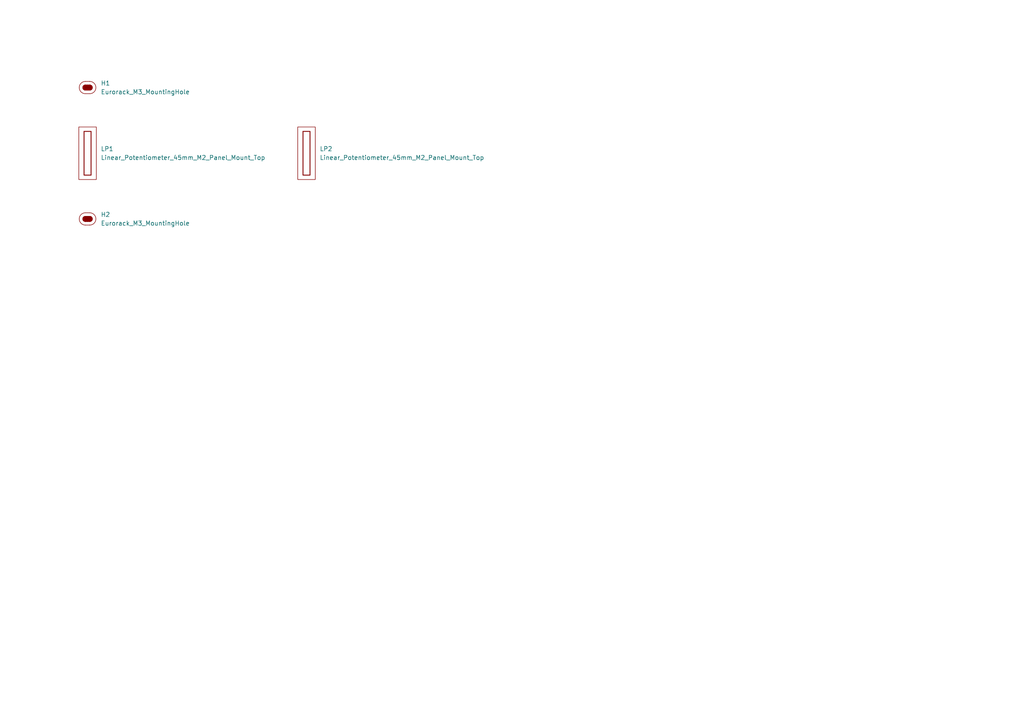
<source format=kicad_sch>
(kicad_sch (version 20250114) (generator "eeschema") (generator_version "9.0")
  (paper "A4")
  (lib_symbols
    (symbol "EXC:Eurorack_M3_MountingHole" (pin_names (offset 1.016))
      (property "Reference" "H" (at 0 5.08 0))
      (property "Value" "Eurorack_M3_MountingHole" (at 0 3.175 0))
      (symbol "Eurorack_M3_MountingHole_0_1"
        (polyline (pts (xy -0.635 0.762) (xy 0.635 0.762)))
        (circle (center -0.635 0) (radius 0.762) (fill (type outline)))
        (arc (start -0.635 -0.762) (mid -1.397 0) (end -0.635 0.762))
        (arc (start -0.635 -1.778) (mid -2.413 0) (end -0.635 1.778))
        (polyline (pts (xy -0.635 -0.762) (xy 0.635 -0.762)))
        (polyline (pts (xy -0.635 -1.778) (xy 0.635 -1.778)))
        (circle (center 0 0) (radius 0.762) (fill (type outline)))
        (polyline (pts (xy 0.635 1.778) (xy -0.635 1.778)))
        (arc (start 0.6141 1.778) (mid 2.4131 0) (end 0.6141 -1.778))
        (arc (start 0.6227 0.762) (mid 1.3971 0) (end 0.6227 -0.762))
        (circle (center 0.635 0) (radius 0.762) (fill (type outline)))
      )
    )
    (symbol "EXC:Linear_Potentiometer_45mm_M2_Panel_Mount_Top" (pin_numbers (hide yes)) (pin_names (offset 0))
      (property "Reference" "LP" (at 0 8.636 0))
      (property "Value" "Linear_Potentiometer_45mm_M2_Panel_Mount_Top" (at 0.254 -8.89 0))
      (symbol "Linear_Potentiometer_45mm_M2_Panel_Mount_Top_0_1"
        (rectangle (start -2.54 7.62) (end 2.54 -7.62))
        (rectangle (start -1.016 6.35) (end 1.016 -6.35) (stroke (width 0.254)))
      )
    )
  )
  (symbol (lib_id "EXC:Eurorack_M3_MountingHole") (at 25.4 63.5 0) (unit 1)
    (property "Reference" "H2" (at 29.21 62.2299 0) (effects (justify left)))
    (property "Value" "Eurorack_M3_MountingHole" (at 29.21 64.7699 0) (effects (justify left)))
    (property "Footprint" "EXC:MountingHole_3.2mm_M3" (effects (hide yes)))
    (property "Description" "Mounting Hole without connection" (effects (hide yes)))
  )
  (symbol (lib_id "EXC:Eurorack_M3_MountingHole") (at 25.4 25.4 0) (unit 1)
    (property "Reference" "H1" (at 29.21 24.1299 0) (effects (justify left)))
    (property "Value" "Eurorack_M3_MountingHole" (at 29.21 26.6699 0) (effects (justify left)))
    (property "Footprint" "EXC:MountingHole_3.2mm_M3" (effects (hide yes)))
    (property "Description" "Mounting Hole without connection" (effects (hide yes)))
  )
  (symbol (lib_id "EXC:Linear_Potentiometer_45mm_M2_Panel_Mount_Top") (at 25.4 44.45 0) (unit 1)
    (property "Reference" "LP1" (at 29.21 43.1799 0) (effects (justify left)))
    (property "Value" "Linear_Potentiometer_45mm_M2_Panel_Mount_Top" (at 29.21 45.7199 0) (effects (justify left)))
    (property "Footprint" "EXC:Linear_Potentiometer_45mm_M2_Panel_Mount_Top" (effects (hide yes)))
    (property "Datasheet" "https://cdn-shop.adafruit.com/product-files/4272/P4272+C13403-001+Data+Sheet+.pdf" (effects (hide yes)))
    (property "Description" "Slide Potentiometer with Knob - 45mm Long - 10KΩ. Panel-mounted with 2x M2 screws, 41mm apart." (effects (hide yes)))
    (property "Source" "https://www.adafruit.com/product/4272" (effects (hide yes)))
  )
  (symbol (lib_id "EXC:Linear_Potentiometer_45mm_M2_Panel_Mount_Top") (at 88.9 44.45 0) (unit 1)
    (property "Reference" "LP2" (at 92.71 43.1799 0) (effects (justify left)))
    (property "Value" "Linear_Potentiometer_45mm_M2_Panel_Mount_Top" (at 92.71 45.7199 0) (effects (justify left)))
    (property "Footprint" "EXC:Linear_Potentiometer_45mm_M2_Panel_Mount_Top" (effects (hide yes)))
    (property "Datasheet" "https://cdn-shop.adafruit.com/product-files/4272/P4272+C13403-001+Data+Sheet+.pdf" (effects (hide yes)))
    (property "Description" "Slide Potentiometer with Knob - 45mm Long - 10KΩ. Panel-mounted with 2x M2 screws, 41mm apart." (effects (hide yes)))
    (property "Source" "https://www.adafruit.com/product/4272" (effects (hide yes)))
  )
)
</source>
